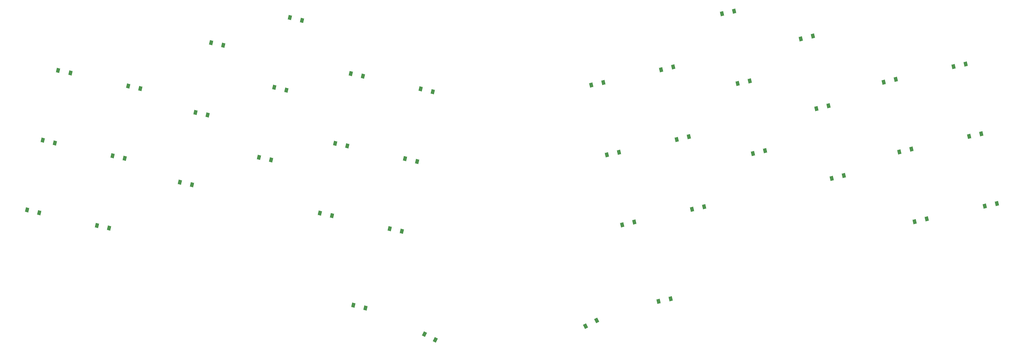
<source format=gbr>
%TF.GenerationSoftware,KiCad,Pcbnew,8.0.7*%
%TF.CreationDate,2025-03-02T16:24:29+01:00*%
%TF.ProjectId,pcb-adjusted,7063622d-6164-46a7-9573-7465642e6b69,v1.0.0*%
%TF.SameCoordinates,Original*%
%TF.FileFunction,Paste,Top*%
%TF.FilePolarity,Positive*%
%FSLAX46Y46*%
G04 Gerber Fmt 4.6, Leading zero omitted, Abs format (unit mm)*
G04 Created by KiCad (PCBNEW 8.0.7) date 2025-03-02 16:24:29*
%MOMM*%
%LPD*%
G01*
G04 APERTURE LIST*
G04 Aperture macros list*
%AMRotRect*
0 Rectangle, with rotation*
0 The origin of the aperture is its center*
0 $1 length*
0 $2 width*
0 $3 Rotation angle, in degrees counterclockwise*
0 Add horizontal line*
21,1,$1,$2,0,0,$3*%
G04 Aperture macros list end*
%ADD10RotRect,0.900000X1.200000X12.500000*%
%ADD11RotRect,0.900000X1.200000X347.500000*%
%ADD12RotRect,0.900000X1.200000X332.500000*%
%ADD13RotRect,0.900000X1.200000X27.500000*%
G04 APERTURE END LIST*
D10*
%TO.C,D22*%
X334193235Y-142041466D03*
X337415011Y-141327220D03*
%TD*%
%TO.C,D23*%
X330080878Y-123491838D03*
X333302654Y-122777592D03*
%TD*%
%TO.C,D28*%
X293630962Y-134645440D03*
X296852738Y-133931194D03*
%TD*%
D11*
%TO.C,D10*%
X145612317Y-147584290D03*
X148834091Y-148298544D03*
%TD*%
%TO.C,D3*%
X92344281Y-124507977D03*
X95566055Y-125222231D03*
%TD*%
D10*
%TO.C,D24*%
X319755959Y-164703437D03*
X322977735Y-163989191D03*
%TD*%
D11*
%TO.C,D1*%
X84119580Y-161607218D03*
X87341354Y-162321472D03*
%TD*%
%TO.C,D13*%
X161781106Y-162435900D03*
X165002880Y-163150154D03*
%TD*%
%TO.C,D17*%
X184443081Y-147998630D03*
X187664855Y-148712884D03*
%TD*%
%TO.C,D2*%
X88231926Y-143057605D03*
X91453700Y-143771859D03*
%TD*%
D10*
%TO.C,D33*%
X260644048Y-161419761D03*
X263865824Y-160705515D03*
%TD*%
D12*
%TO.C,D20*%
X189556802Y-194604151D03*
X192483934Y-196127919D03*
%TD*%
D10*
%TO.C,D27*%
X297743307Y-153195060D03*
X300965083Y-152480814D03*
%TD*%
D11*
%TO.C,D11*%
X149724672Y-129034661D03*
X152946446Y-129748915D03*
%TD*%
D10*
%TO.C,D32*%
X268588144Y-109468908D03*
X271809920Y-108754662D03*
%TD*%
%TO.C,D38*%
X233869726Y-128432860D03*
X237091502Y-127718614D03*
%TD*%
D11*
%TO.C,D12*%
X153837017Y-110485040D03*
X157058791Y-111199294D03*
%TD*%
D10*
%TO.C,D26*%
X311531251Y-127604193D03*
X314753027Y-126889947D03*
%TD*%
D11*
%TO.C,D7*%
X124681854Y-154211189D03*
X127903628Y-154925443D03*
%TD*%
%TO.C,D8*%
X128794213Y-135661570D03*
X132015987Y-136375824D03*
%TD*%
D10*
%TO.C,D37*%
X237982083Y-146982497D03*
X241203859Y-146268251D03*
%TD*%
%TO.C,D34*%
X256531701Y-142870135D03*
X259753477Y-142155889D03*
%TD*%
D11*
%TO.C,D16*%
X180330732Y-166548248D03*
X183552506Y-167262502D03*
%TD*%
%TO.C,D18*%
X188555435Y-129449000D03*
X191777209Y-130163254D03*
%TD*%
D10*
%TO.C,D21*%
X338305577Y-160591091D03*
X341527353Y-159876845D03*
%TD*%
%TO.C,D39*%
X251737578Y-185928424D03*
X254959354Y-185214178D03*
%TD*%
D11*
%TO.C,D9*%
X132906564Y-117111939D03*
X136128338Y-117826193D03*
%TD*%
%TO.C,D15*%
X170005812Y-125336645D03*
X173227586Y-126050899D03*
%TD*%
%TO.C,D4*%
X102669195Y-165719574D03*
X105890969Y-166433828D03*
%TD*%
D10*
%TO.C,D35*%
X252419358Y-124320513D03*
X255641134Y-123606267D03*
%TD*%
D13*
%TO.C,D40*%
X232368768Y-192522883D03*
X235295900Y-190999115D03*
%TD*%
D11*
%TO.C,D6*%
X110893908Y-128620323D03*
X114115682Y-129334577D03*
%TD*%
%TO.C,D19*%
X170687567Y-186944554D03*
X173909341Y-187658808D03*
%TD*%
%TO.C,D5*%
X106781544Y-147169944D03*
X110003318Y-147884198D03*
%TD*%
D10*
%TO.C,D30*%
X276812842Y-146568152D03*
X280034618Y-145853906D03*
%TD*%
D11*
%TO.C,D14*%
X165893459Y-143886271D03*
X169115233Y-144600525D03*
%TD*%
D10*
%TO.C,D25*%
X315643607Y-146153820D03*
X318865383Y-145439574D03*
%TD*%
%TO.C,D31*%
X272700491Y-128018533D03*
X275922267Y-127304287D03*
%TD*%
%TO.C,D29*%
X289518596Y-116095811D03*
X292740372Y-115381565D03*
%TD*%
%TO.C,D36*%
X242094423Y-165532108D03*
X245316199Y-164817862D03*
%TD*%
M02*

</source>
